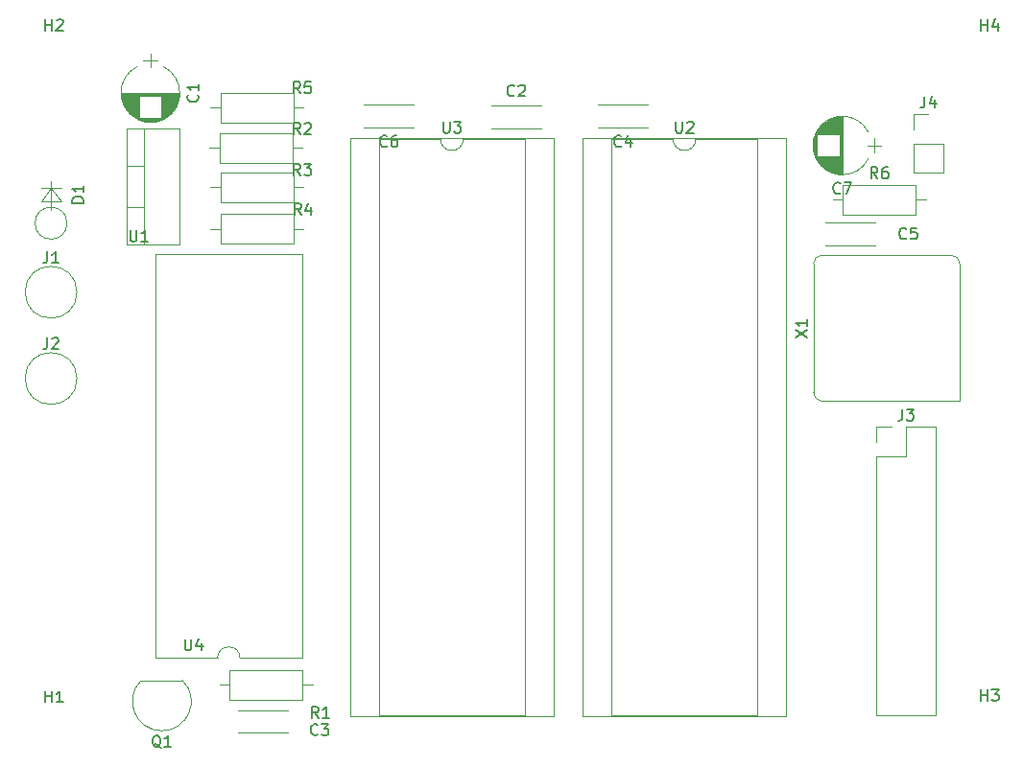
<source format=gbr>
G04 #@! TF.GenerationSoftware,KiCad,Pcbnew,(5.1.5)-3*
G04 #@! TF.CreationDate,2020-05-15T18:58:21+01:00*
G04 #@! TF.ProjectId,3chip6502,33636869-7036-4353-9032-2e6b69636164,rev?*
G04 #@! TF.SameCoordinates,Original*
G04 #@! TF.FileFunction,Legend,Top*
G04 #@! TF.FilePolarity,Positive*
%FSLAX46Y46*%
G04 Gerber Fmt 4.6, Leading zero omitted, Abs format (unit mm)*
G04 Created by KiCad (PCBNEW (5.1.5)-3) date 2020-05-15 18:58:21*
%MOMM*%
%LPD*%
G04 APERTURE LIST*
%ADD10C,0.120000*%
%ADD11C,0.150000*%
G04 APERTURE END LIST*
D10*
X53734000Y-82804000D02*
G75*
G03X53734000Y-82804000I-1410000J0D01*
G01*
X51435000Y-80856667D02*
X52324000Y-79671333D01*
X53213000Y-80856667D02*
X51435000Y-80856667D01*
X52324000Y-79671333D02*
X53213000Y-80856667D01*
X53213000Y-79671333D02*
X51435000Y-79671333D01*
X52324000Y-79134000D02*
X52324000Y-81604000D01*
X125162000Y-100778000D02*
X126492000Y-100778000D01*
X125162000Y-102108000D02*
X125162000Y-100778000D01*
X127762000Y-100778000D02*
X130362000Y-100778000D01*
X127762000Y-103378000D02*
X127762000Y-100778000D01*
X125162000Y-103378000D02*
X127762000Y-103378000D01*
X130362000Y-100778000D02*
X130362000Y-126298000D01*
X125162000Y-103378000D02*
X125162000Y-126298000D01*
X125162000Y-126298000D02*
X130362000Y-126298000D01*
X117154000Y-75318000D02*
X99254000Y-75318000D01*
X117154000Y-126358000D02*
X117154000Y-75318000D01*
X99254000Y-126358000D02*
X117154000Y-126358000D01*
X99254000Y-75318000D02*
X99254000Y-126358000D01*
X114664000Y-75378000D02*
X109204000Y-75378000D01*
X114664000Y-126298000D02*
X114664000Y-75378000D01*
X101744000Y-126298000D02*
X114664000Y-126298000D01*
X101744000Y-75378000D02*
X101744000Y-126298000D01*
X107204000Y-75378000D02*
X101744000Y-75378000D01*
X109204000Y-75378000D02*
G75*
G02X107204000Y-75378000I-1000000J0D01*
G01*
X119597500Y-97775000D02*
G75*
G03X120347500Y-98525000I750000J0D01*
G01*
X120347500Y-85625000D02*
G75*
G03X119597500Y-86375000I0J-750000D01*
G01*
X132497500Y-86375000D02*
G75*
G03X131747500Y-85625000I-750000J0D01*
G01*
X132497500Y-98525000D02*
X132497500Y-86375000D01*
X131747500Y-85625000D02*
X120347500Y-85625000D01*
X119597500Y-86375000D02*
X119597500Y-97775000D01*
X120347500Y-98525000D02*
X132497500Y-98525000D01*
X68823000Y-125813500D02*
X68823000Y-125799500D01*
X68823000Y-127819500D02*
X68823000Y-127805500D01*
X73243000Y-125813500D02*
X73243000Y-125799500D01*
X73243000Y-127819500D02*
X73243000Y-127805500D01*
X73243000Y-125799500D02*
X68823000Y-125799500D01*
X73243000Y-127819500D02*
X68823000Y-127819500D01*
X60264522Y-123193022D02*
G75*
G03X62103000Y-127631500I1838478J-1838478D01*
G01*
X63941478Y-123193022D02*
G75*
G02X62103000Y-127631500I-1838478J-1838478D01*
G01*
X63903000Y-123181500D02*
X60303000Y-123181500D01*
X68100500Y-122261000D02*
X68100500Y-124881000D01*
X68100500Y-124881000D02*
X74520500Y-124881000D01*
X74520500Y-124881000D02*
X74520500Y-122261000D01*
X74520500Y-122261000D02*
X68100500Y-122261000D01*
X67210500Y-123571000D02*
X68100500Y-123571000D01*
X75410500Y-123571000D02*
X74520500Y-123571000D01*
X61737000Y-68440500D02*
X60437000Y-68440500D01*
X61087000Y-67840500D02*
X61087000Y-69040500D01*
X61441000Y-73851500D02*
X60733000Y-73851500D01*
X61646000Y-73811500D02*
X60528000Y-73811500D01*
X61794000Y-73771500D02*
X60380000Y-73771500D01*
X61916000Y-73731500D02*
X60258000Y-73731500D01*
X62021000Y-73691500D02*
X60153000Y-73691500D01*
X62115000Y-73651500D02*
X60059000Y-73651500D01*
X62199000Y-73611500D02*
X59975000Y-73611500D01*
X62276000Y-73571500D02*
X59898000Y-73571500D01*
X62348000Y-73531500D02*
X59826000Y-73531500D01*
X60107000Y-73491500D02*
X59760000Y-73491500D01*
X62414000Y-73491500D02*
X62067000Y-73491500D01*
X60107000Y-73451500D02*
X59697000Y-73451500D01*
X62477000Y-73451500D02*
X62067000Y-73451500D01*
X60107000Y-73411500D02*
X59639000Y-73411500D01*
X62535000Y-73411500D02*
X62067000Y-73411500D01*
X60107000Y-73371500D02*
X59583000Y-73371500D01*
X62591000Y-73371500D02*
X62067000Y-73371500D01*
X60107000Y-73331500D02*
X59531000Y-73331500D01*
X62643000Y-73331500D02*
X62067000Y-73331500D01*
X60107000Y-73291500D02*
X59481000Y-73291500D01*
X62693000Y-73291500D02*
X62067000Y-73291500D01*
X60107000Y-73251500D02*
X59433000Y-73251500D01*
X62741000Y-73251500D02*
X62067000Y-73251500D01*
X60107000Y-73211500D02*
X59388000Y-73211500D01*
X62786000Y-73211500D02*
X62067000Y-73211500D01*
X60107000Y-73171500D02*
X59345000Y-73171500D01*
X62829000Y-73171500D02*
X62067000Y-73171500D01*
X60107000Y-73131500D02*
X59304000Y-73131500D01*
X62870000Y-73131500D02*
X62067000Y-73131500D01*
X60107000Y-73091500D02*
X59264000Y-73091500D01*
X62910000Y-73091500D02*
X62067000Y-73091500D01*
X60107000Y-73051500D02*
X59226000Y-73051500D01*
X62948000Y-73051500D02*
X62067000Y-73051500D01*
X60107000Y-73011500D02*
X59190000Y-73011500D01*
X62984000Y-73011500D02*
X62067000Y-73011500D01*
X60107000Y-72971500D02*
X59155000Y-72971500D01*
X63019000Y-72971500D02*
X62067000Y-72971500D01*
X60107000Y-72931500D02*
X59122000Y-72931500D01*
X63052000Y-72931500D02*
X62067000Y-72931500D01*
X60107000Y-72891500D02*
X59090000Y-72891500D01*
X63084000Y-72891500D02*
X62067000Y-72891500D01*
X60107000Y-72851500D02*
X59059000Y-72851500D01*
X63115000Y-72851500D02*
X62067000Y-72851500D01*
X60107000Y-72811500D02*
X59029000Y-72811500D01*
X63145000Y-72811500D02*
X62067000Y-72811500D01*
X60107000Y-72771500D02*
X59001000Y-72771500D01*
X63173000Y-72771500D02*
X62067000Y-72771500D01*
X60107000Y-72731500D02*
X58974000Y-72731500D01*
X63200000Y-72731500D02*
X62067000Y-72731500D01*
X60107000Y-72691500D02*
X58947000Y-72691500D01*
X63227000Y-72691500D02*
X62067000Y-72691500D01*
X60107000Y-72651500D02*
X58922000Y-72651500D01*
X63252000Y-72651500D02*
X62067000Y-72651500D01*
X60107000Y-72611500D02*
X58898000Y-72611500D01*
X63276000Y-72611500D02*
X62067000Y-72611500D01*
X60107000Y-72571500D02*
X58875000Y-72571500D01*
X63299000Y-72571500D02*
X62067000Y-72571500D01*
X60107000Y-72531500D02*
X58853000Y-72531500D01*
X63321000Y-72531500D02*
X62067000Y-72531500D01*
X60107000Y-72491500D02*
X58831000Y-72491500D01*
X63343000Y-72491500D02*
X62067000Y-72491500D01*
X60107000Y-72451500D02*
X58811000Y-72451500D01*
X63363000Y-72451500D02*
X62067000Y-72451500D01*
X60107000Y-72411500D02*
X58791000Y-72411500D01*
X63383000Y-72411500D02*
X62067000Y-72411500D01*
X60107000Y-72371500D02*
X58772000Y-72371500D01*
X63402000Y-72371500D02*
X62067000Y-72371500D01*
X60107000Y-72331500D02*
X58754000Y-72331500D01*
X63420000Y-72331500D02*
X62067000Y-72331500D01*
X60107000Y-72291500D02*
X58737000Y-72291500D01*
X63437000Y-72291500D02*
X62067000Y-72291500D01*
X60107000Y-72251500D02*
X58721000Y-72251500D01*
X63453000Y-72251500D02*
X62067000Y-72251500D01*
X60107000Y-72211500D02*
X58705000Y-72211500D01*
X63469000Y-72211500D02*
X62067000Y-72211500D01*
X60107000Y-72171500D02*
X58691000Y-72171500D01*
X63483000Y-72171500D02*
X62067000Y-72171500D01*
X60107000Y-72131500D02*
X58677000Y-72131500D01*
X63497000Y-72131500D02*
X62067000Y-72131500D01*
X60107000Y-72091500D02*
X58663000Y-72091500D01*
X63511000Y-72091500D02*
X62067000Y-72091500D01*
X60107000Y-72051500D02*
X58651000Y-72051500D01*
X63523000Y-72051500D02*
X62067000Y-72051500D01*
X60107000Y-72011500D02*
X58639000Y-72011500D01*
X63535000Y-72011500D02*
X62067000Y-72011500D01*
X60107000Y-71970500D02*
X58627000Y-71970500D01*
X63547000Y-71970500D02*
X62067000Y-71970500D01*
X60107000Y-71930500D02*
X58617000Y-71930500D01*
X63557000Y-71930500D02*
X62067000Y-71930500D01*
X60107000Y-71890500D02*
X58607000Y-71890500D01*
X63567000Y-71890500D02*
X62067000Y-71890500D01*
X60107000Y-71850500D02*
X58598000Y-71850500D01*
X63576000Y-71850500D02*
X62067000Y-71850500D01*
X60107000Y-71810500D02*
X58589000Y-71810500D01*
X63585000Y-71810500D02*
X62067000Y-71810500D01*
X60107000Y-71770500D02*
X58581000Y-71770500D01*
X63593000Y-71770500D02*
X62067000Y-71770500D01*
X60107000Y-71730500D02*
X58574000Y-71730500D01*
X63600000Y-71730500D02*
X62067000Y-71730500D01*
X60107000Y-71690500D02*
X58568000Y-71690500D01*
X63606000Y-71690500D02*
X62067000Y-71690500D01*
X60107000Y-71650500D02*
X58562000Y-71650500D01*
X63612000Y-71650500D02*
X62067000Y-71650500D01*
X60107000Y-71610500D02*
X58556000Y-71610500D01*
X63618000Y-71610500D02*
X62067000Y-71610500D01*
X60107000Y-71570500D02*
X58552000Y-71570500D01*
X63622000Y-71570500D02*
X62067000Y-71570500D01*
X63626000Y-71530500D02*
X58548000Y-71530500D01*
X63630000Y-71490500D02*
X58544000Y-71490500D01*
X63633000Y-71450500D02*
X58541000Y-71450500D01*
X63635000Y-71410500D02*
X58539000Y-71410500D01*
X63636000Y-71370500D02*
X58538000Y-71370500D01*
X63637000Y-71330500D02*
X58537000Y-71330500D01*
X63637000Y-71290500D02*
X58537000Y-71290500D01*
X59907277Y-73596222D02*
G75*
G03X62267000Y-73596080I1179723J2305722D01*
G01*
X59907277Y-73596222D02*
G75*
G02X59907000Y-68984920I1179723J2305722D01*
G01*
X62266723Y-73596222D02*
G75*
G03X62267000Y-68984920I-1179723J2305722D01*
G01*
X95578500Y-74402000D02*
X95578500Y-74416000D01*
X95578500Y-72396000D02*
X95578500Y-72410000D01*
X91158500Y-74402000D02*
X91158500Y-74416000D01*
X91158500Y-72396000D02*
X91158500Y-72410000D01*
X91158500Y-74416000D02*
X95578500Y-74416000D01*
X91158500Y-72396000D02*
X95578500Y-72396000D01*
X104993000Y-74352500D02*
X100573000Y-74352500D01*
X104993000Y-72332500D02*
X100573000Y-72332500D01*
X104993000Y-74352500D02*
X104993000Y-74338500D01*
X104993000Y-72346500D02*
X104993000Y-72332500D01*
X100573000Y-74352500D02*
X100573000Y-74338500D01*
X100573000Y-72346500D02*
X100573000Y-72332500D01*
X125059000Y-84752500D02*
X125059000Y-84766500D01*
X125059000Y-82746500D02*
X125059000Y-82760500D01*
X120639000Y-84752500D02*
X120639000Y-84766500D01*
X120639000Y-82746500D02*
X120639000Y-82760500D01*
X120639000Y-84766500D02*
X125059000Y-84766500D01*
X120639000Y-82746500D02*
X125059000Y-82746500D01*
X54610000Y-88900000D02*
G75*
G03X54610000Y-88900000I-2286000J0D01*
G01*
X54610000Y-96520000D02*
G75*
G03X54610000Y-96520000I-2286000J0D01*
G01*
X66321500Y-76136500D02*
X67211500Y-76136500D01*
X74521500Y-76136500D02*
X73631500Y-76136500D01*
X67211500Y-77446500D02*
X73631500Y-77446500D01*
X67211500Y-74826500D02*
X67211500Y-77446500D01*
X73631500Y-74826500D02*
X67211500Y-74826500D01*
X73631500Y-77446500D02*
X73631500Y-74826500D01*
X73695000Y-80939000D02*
X73695000Y-78319000D01*
X73695000Y-78319000D02*
X67275000Y-78319000D01*
X67275000Y-78319000D02*
X67275000Y-80939000D01*
X67275000Y-80939000D02*
X73695000Y-80939000D01*
X74585000Y-79629000D02*
X73695000Y-79629000D01*
X66385000Y-79629000D02*
X67275000Y-79629000D01*
X66385000Y-83312000D02*
X67275000Y-83312000D01*
X74585000Y-83312000D02*
X73695000Y-83312000D01*
X67275000Y-84622000D02*
X73695000Y-84622000D01*
X67275000Y-82002000D02*
X67275000Y-84622000D01*
X73695000Y-82002000D02*
X67275000Y-82002000D01*
X73695000Y-84622000D02*
X73695000Y-82002000D01*
X74585000Y-72580500D02*
X73695000Y-72580500D01*
X66385000Y-72580500D02*
X67275000Y-72580500D01*
X73695000Y-71270500D02*
X67275000Y-71270500D01*
X73695000Y-73890500D02*
X73695000Y-71270500D01*
X67275000Y-73890500D02*
X73695000Y-73890500D01*
X67275000Y-71270500D02*
X67275000Y-73890500D01*
X122202500Y-79398500D02*
X122202500Y-82018500D01*
X122202500Y-82018500D02*
X128622500Y-82018500D01*
X128622500Y-82018500D02*
X128622500Y-79398500D01*
X128622500Y-79398500D02*
X122202500Y-79398500D01*
X121312500Y-80708500D02*
X122202500Y-80708500D01*
X129512500Y-80708500D02*
X128622500Y-80708500D01*
X88693500Y-75378000D02*
G75*
G02X86693500Y-75378000I-1000000J0D01*
G01*
X86693500Y-75378000D02*
X81233500Y-75378000D01*
X81233500Y-75378000D02*
X81233500Y-126298000D01*
X81233500Y-126298000D02*
X94153500Y-126298000D01*
X94153500Y-126298000D02*
X94153500Y-75378000D01*
X94153500Y-75378000D02*
X88693500Y-75378000D01*
X78743500Y-75318000D02*
X78743500Y-126358000D01*
X78743500Y-126358000D02*
X96643500Y-126358000D01*
X96643500Y-126358000D02*
X96643500Y-75318000D01*
X96643500Y-75318000D02*
X78743500Y-75318000D01*
X59038500Y-77714500D02*
X60548500Y-77714500D01*
X59038500Y-81415500D02*
X60548500Y-81415500D01*
X60548500Y-84685500D02*
X60548500Y-74445500D01*
X59038500Y-74445500D02*
X63679500Y-74445500D01*
X59038500Y-84685500D02*
X63679500Y-84685500D01*
X63679500Y-84685500D02*
X63679500Y-74445500D01*
X59038500Y-84685500D02*
X59038500Y-74445500D01*
X61548500Y-121218000D02*
X67008500Y-121218000D01*
X61548500Y-85538000D02*
X61548500Y-121218000D01*
X74468500Y-85538000D02*
X61548500Y-85538000D01*
X74468500Y-121218000D02*
X74468500Y-85538000D01*
X69008500Y-121218000D02*
X74468500Y-121218000D01*
X67008500Y-121218000D02*
G75*
G02X69008500Y-121218000I1000000J0D01*
G01*
X79919000Y-72346500D02*
X79919000Y-72332500D01*
X79919000Y-74352500D02*
X79919000Y-74338500D01*
X84339000Y-72346500D02*
X84339000Y-72332500D01*
X84339000Y-74352500D02*
X84339000Y-74338500D01*
X84339000Y-72332500D02*
X79919000Y-72332500D01*
X84339000Y-74352500D02*
X79919000Y-74352500D01*
X128400500Y-73155500D02*
X129730500Y-73155500D01*
X128400500Y-74485500D02*
X128400500Y-73155500D01*
X128400500Y-75755500D02*
X131060500Y-75755500D01*
X131060500Y-75755500D02*
X131060500Y-78355500D01*
X128400500Y-75755500D02*
X128400500Y-78355500D01*
X128400500Y-78355500D02*
X131060500Y-78355500D01*
X124980500Y-76596000D02*
X124980500Y-75296000D01*
X125580500Y-75946000D02*
X124380500Y-75946000D01*
X119569500Y-76300000D02*
X119569500Y-75592000D01*
X119609500Y-76505000D02*
X119609500Y-75387000D01*
X119649500Y-76653000D02*
X119649500Y-75239000D01*
X119689500Y-76775000D02*
X119689500Y-75117000D01*
X119729500Y-76880000D02*
X119729500Y-75012000D01*
X119769500Y-76974000D02*
X119769500Y-74918000D01*
X119809500Y-77058000D02*
X119809500Y-74834000D01*
X119849500Y-77135000D02*
X119849500Y-74757000D01*
X119889500Y-77207000D02*
X119889500Y-74685000D01*
X119929500Y-74966000D02*
X119929500Y-74619000D01*
X119929500Y-77273000D02*
X119929500Y-76926000D01*
X119969500Y-74966000D02*
X119969500Y-74556000D01*
X119969500Y-77336000D02*
X119969500Y-76926000D01*
X120009500Y-74966000D02*
X120009500Y-74498000D01*
X120009500Y-77394000D02*
X120009500Y-76926000D01*
X120049500Y-74966000D02*
X120049500Y-74442000D01*
X120049500Y-77450000D02*
X120049500Y-76926000D01*
X120089500Y-74966000D02*
X120089500Y-74390000D01*
X120089500Y-77502000D02*
X120089500Y-76926000D01*
X120129500Y-74966000D02*
X120129500Y-74340000D01*
X120129500Y-77552000D02*
X120129500Y-76926000D01*
X120169500Y-74966000D02*
X120169500Y-74292000D01*
X120169500Y-77600000D02*
X120169500Y-76926000D01*
X120209500Y-74966000D02*
X120209500Y-74247000D01*
X120209500Y-77645000D02*
X120209500Y-76926000D01*
X120249500Y-74966000D02*
X120249500Y-74204000D01*
X120249500Y-77688000D02*
X120249500Y-76926000D01*
X120289500Y-74966000D02*
X120289500Y-74163000D01*
X120289500Y-77729000D02*
X120289500Y-76926000D01*
X120329500Y-74966000D02*
X120329500Y-74123000D01*
X120329500Y-77769000D02*
X120329500Y-76926000D01*
X120369500Y-74966000D02*
X120369500Y-74085000D01*
X120369500Y-77807000D02*
X120369500Y-76926000D01*
X120409500Y-74966000D02*
X120409500Y-74049000D01*
X120409500Y-77843000D02*
X120409500Y-76926000D01*
X120449500Y-74966000D02*
X120449500Y-74014000D01*
X120449500Y-77878000D02*
X120449500Y-76926000D01*
X120489500Y-74966000D02*
X120489500Y-73981000D01*
X120489500Y-77911000D02*
X120489500Y-76926000D01*
X120529500Y-74966000D02*
X120529500Y-73949000D01*
X120529500Y-77943000D02*
X120529500Y-76926000D01*
X120569500Y-74966000D02*
X120569500Y-73918000D01*
X120569500Y-77974000D02*
X120569500Y-76926000D01*
X120609500Y-74966000D02*
X120609500Y-73888000D01*
X120609500Y-78004000D02*
X120609500Y-76926000D01*
X120649500Y-74966000D02*
X120649500Y-73860000D01*
X120649500Y-78032000D02*
X120649500Y-76926000D01*
X120689500Y-74966000D02*
X120689500Y-73833000D01*
X120689500Y-78059000D02*
X120689500Y-76926000D01*
X120729500Y-74966000D02*
X120729500Y-73806000D01*
X120729500Y-78086000D02*
X120729500Y-76926000D01*
X120769500Y-74966000D02*
X120769500Y-73781000D01*
X120769500Y-78111000D02*
X120769500Y-76926000D01*
X120809500Y-74966000D02*
X120809500Y-73757000D01*
X120809500Y-78135000D02*
X120809500Y-76926000D01*
X120849500Y-74966000D02*
X120849500Y-73734000D01*
X120849500Y-78158000D02*
X120849500Y-76926000D01*
X120889500Y-74966000D02*
X120889500Y-73712000D01*
X120889500Y-78180000D02*
X120889500Y-76926000D01*
X120929500Y-74966000D02*
X120929500Y-73690000D01*
X120929500Y-78202000D02*
X120929500Y-76926000D01*
X120969500Y-74966000D02*
X120969500Y-73670000D01*
X120969500Y-78222000D02*
X120969500Y-76926000D01*
X121009500Y-74966000D02*
X121009500Y-73650000D01*
X121009500Y-78242000D02*
X121009500Y-76926000D01*
X121049500Y-74966000D02*
X121049500Y-73631000D01*
X121049500Y-78261000D02*
X121049500Y-76926000D01*
X121089500Y-74966000D02*
X121089500Y-73613000D01*
X121089500Y-78279000D02*
X121089500Y-76926000D01*
X121129500Y-74966000D02*
X121129500Y-73596000D01*
X121129500Y-78296000D02*
X121129500Y-76926000D01*
X121169500Y-74966000D02*
X121169500Y-73580000D01*
X121169500Y-78312000D02*
X121169500Y-76926000D01*
X121209500Y-74966000D02*
X121209500Y-73564000D01*
X121209500Y-78328000D02*
X121209500Y-76926000D01*
X121249500Y-74966000D02*
X121249500Y-73550000D01*
X121249500Y-78342000D02*
X121249500Y-76926000D01*
X121289500Y-74966000D02*
X121289500Y-73536000D01*
X121289500Y-78356000D02*
X121289500Y-76926000D01*
X121329500Y-74966000D02*
X121329500Y-73522000D01*
X121329500Y-78370000D02*
X121329500Y-76926000D01*
X121369500Y-74966000D02*
X121369500Y-73510000D01*
X121369500Y-78382000D02*
X121369500Y-76926000D01*
X121409500Y-74966000D02*
X121409500Y-73498000D01*
X121409500Y-78394000D02*
X121409500Y-76926000D01*
X121450500Y-74966000D02*
X121450500Y-73486000D01*
X121450500Y-78406000D02*
X121450500Y-76926000D01*
X121490500Y-74966000D02*
X121490500Y-73476000D01*
X121490500Y-78416000D02*
X121490500Y-76926000D01*
X121530500Y-74966000D02*
X121530500Y-73466000D01*
X121530500Y-78426000D02*
X121530500Y-76926000D01*
X121570500Y-74966000D02*
X121570500Y-73457000D01*
X121570500Y-78435000D02*
X121570500Y-76926000D01*
X121610500Y-74966000D02*
X121610500Y-73448000D01*
X121610500Y-78444000D02*
X121610500Y-76926000D01*
X121650500Y-74966000D02*
X121650500Y-73440000D01*
X121650500Y-78452000D02*
X121650500Y-76926000D01*
X121690500Y-74966000D02*
X121690500Y-73433000D01*
X121690500Y-78459000D02*
X121690500Y-76926000D01*
X121730500Y-74966000D02*
X121730500Y-73427000D01*
X121730500Y-78465000D02*
X121730500Y-76926000D01*
X121770500Y-74966000D02*
X121770500Y-73421000D01*
X121770500Y-78471000D02*
X121770500Y-76926000D01*
X121810500Y-74966000D02*
X121810500Y-73415000D01*
X121810500Y-78477000D02*
X121810500Y-76926000D01*
X121850500Y-74966000D02*
X121850500Y-73411000D01*
X121850500Y-78481000D02*
X121850500Y-76926000D01*
X121890500Y-78485000D02*
X121890500Y-73407000D01*
X121930500Y-78489000D02*
X121930500Y-73403000D01*
X121970500Y-78492000D02*
X121970500Y-73400000D01*
X122010500Y-78494000D02*
X122010500Y-73398000D01*
X122050500Y-78495000D02*
X122050500Y-73397000D01*
X122090500Y-78496000D02*
X122090500Y-73396000D01*
X122130500Y-78496000D02*
X122130500Y-73396000D01*
X119824778Y-74766277D02*
G75*
G03X119824920Y-77126000I2305722J-1179723D01*
G01*
X119824778Y-74766277D02*
G75*
G02X124436080Y-74766000I2305722J-1179723D01*
G01*
X119824778Y-77125723D02*
G75*
G03X124436080Y-77126000I2305722J1179723D01*
G01*
D11*
X55186380Y-81002095D02*
X54186380Y-81002095D01*
X54186380Y-80764000D01*
X54234000Y-80621142D01*
X54329238Y-80525904D01*
X54424476Y-80478285D01*
X54614952Y-80430666D01*
X54757809Y-80430666D01*
X54948285Y-80478285D01*
X55043523Y-80525904D01*
X55138761Y-80621142D01*
X55186380Y-80764000D01*
X55186380Y-81002095D01*
X55186380Y-79478285D02*
X55186380Y-80049714D01*
X55186380Y-79764000D02*
X54186380Y-79764000D01*
X54329238Y-79859238D01*
X54424476Y-79954476D01*
X54472095Y-80049714D01*
X127428666Y-99230380D02*
X127428666Y-99944666D01*
X127381047Y-100087523D01*
X127285809Y-100182761D01*
X127142952Y-100230380D01*
X127047714Y-100230380D01*
X127809619Y-99230380D02*
X128428666Y-99230380D01*
X128095333Y-99611333D01*
X128238190Y-99611333D01*
X128333428Y-99658952D01*
X128381047Y-99706571D01*
X128428666Y-99801809D01*
X128428666Y-100039904D01*
X128381047Y-100135142D01*
X128333428Y-100182761D01*
X128238190Y-100230380D01*
X127952476Y-100230380D01*
X127857238Y-100182761D01*
X127809619Y-100135142D01*
X107442095Y-73830380D02*
X107442095Y-74639904D01*
X107489714Y-74735142D01*
X107537333Y-74782761D01*
X107632571Y-74830380D01*
X107823047Y-74830380D01*
X107918285Y-74782761D01*
X107965904Y-74735142D01*
X108013523Y-74639904D01*
X108013523Y-73830380D01*
X108442095Y-73925619D02*
X108489714Y-73878000D01*
X108584952Y-73830380D01*
X108823047Y-73830380D01*
X108918285Y-73878000D01*
X108965904Y-73925619D01*
X109013523Y-74020857D01*
X109013523Y-74116095D01*
X108965904Y-74258952D01*
X108394476Y-74830380D01*
X109013523Y-74830380D01*
X118049880Y-92884523D02*
X119049880Y-92217857D01*
X118049880Y-92217857D02*
X119049880Y-92884523D01*
X119049880Y-91313095D02*
X119049880Y-91884523D01*
X119049880Y-91598809D02*
X118049880Y-91598809D01*
X118192738Y-91694047D01*
X118287976Y-91789285D01*
X118335595Y-91884523D01*
X75842833Y-127928642D02*
X75795214Y-127976261D01*
X75652357Y-128023880D01*
X75557119Y-128023880D01*
X75414261Y-127976261D01*
X75319023Y-127881023D01*
X75271404Y-127785785D01*
X75223785Y-127595309D01*
X75223785Y-127452452D01*
X75271404Y-127261976D01*
X75319023Y-127166738D01*
X75414261Y-127071500D01*
X75557119Y-127023880D01*
X75652357Y-127023880D01*
X75795214Y-127071500D01*
X75842833Y-127119119D01*
X76176166Y-127023880D02*
X76795214Y-127023880D01*
X76461880Y-127404833D01*
X76604738Y-127404833D01*
X76699976Y-127452452D01*
X76747595Y-127500071D01*
X76795214Y-127595309D01*
X76795214Y-127833404D01*
X76747595Y-127928642D01*
X76699976Y-127976261D01*
X76604738Y-128023880D01*
X76319023Y-128023880D01*
X76223785Y-127976261D01*
X76176166Y-127928642D01*
X62007761Y-129139119D02*
X61912523Y-129091500D01*
X61817285Y-128996261D01*
X61674428Y-128853404D01*
X61579190Y-128805785D01*
X61483952Y-128805785D01*
X61531571Y-129043880D02*
X61436333Y-128996261D01*
X61341095Y-128901023D01*
X61293476Y-128710547D01*
X61293476Y-128377214D01*
X61341095Y-128186738D01*
X61436333Y-128091500D01*
X61531571Y-128043880D01*
X61722047Y-128043880D01*
X61817285Y-128091500D01*
X61912523Y-128186738D01*
X61960142Y-128377214D01*
X61960142Y-128710547D01*
X61912523Y-128901023D01*
X61817285Y-128996261D01*
X61722047Y-129043880D01*
X61531571Y-129043880D01*
X62912523Y-129043880D02*
X62341095Y-129043880D01*
X62626809Y-129043880D02*
X62626809Y-128043880D01*
X62531571Y-128186738D01*
X62436333Y-128281976D01*
X62341095Y-128329595D01*
X75906333Y-126499880D02*
X75573000Y-126023690D01*
X75334904Y-126499880D02*
X75334904Y-125499880D01*
X75715857Y-125499880D01*
X75811095Y-125547500D01*
X75858714Y-125595119D01*
X75906333Y-125690357D01*
X75906333Y-125833214D01*
X75858714Y-125928452D01*
X75811095Y-125976071D01*
X75715857Y-126023690D01*
X75334904Y-126023690D01*
X76858714Y-126499880D02*
X76287285Y-126499880D01*
X76573000Y-126499880D02*
X76573000Y-125499880D01*
X76477761Y-125642738D01*
X76382523Y-125737976D01*
X76287285Y-125785595D01*
X65254142Y-71457166D02*
X65301761Y-71504785D01*
X65349380Y-71647642D01*
X65349380Y-71742880D01*
X65301761Y-71885738D01*
X65206523Y-71980976D01*
X65111285Y-72028595D01*
X64920809Y-72076214D01*
X64777952Y-72076214D01*
X64587476Y-72028595D01*
X64492238Y-71980976D01*
X64397000Y-71885738D01*
X64349380Y-71742880D01*
X64349380Y-71647642D01*
X64397000Y-71504785D01*
X64444619Y-71457166D01*
X65349380Y-70504785D02*
X65349380Y-71076214D01*
X65349380Y-70790500D02*
X64349380Y-70790500D01*
X64492238Y-70885738D01*
X64587476Y-70980976D01*
X64635095Y-71076214D01*
X93201833Y-71503142D02*
X93154214Y-71550761D01*
X93011357Y-71598380D01*
X92916119Y-71598380D01*
X92773261Y-71550761D01*
X92678023Y-71455523D01*
X92630404Y-71360285D01*
X92582785Y-71169809D01*
X92582785Y-71026952D01*
X92630404Y-70836476D01*
X92678023Y-70741238D01*
X92773261Y-70646000D01*
X92916119Y-70598380D01*
X93011357Y-70598380D01*
X93154214Y-70646000D01*
X93201833Y-70693619D01*
X93582785Y-70693619D02*
X93630404Y-70646000D01*
X93725642Y-70598380D01*
X93963738Y-70598380D01*
X94058976Y-70646000D01*
X94106595Y-70693619D01*
X94154214Y-70788857D01*
X94154214Y-70884095D01*
X94106595Y-71026952D01*
X93535166Y-71598380D01*
X94154214Y-71598380D01*
X102616333Y-75959642D02*
X102568714Y-76007261D01*
X102425857Y-76054880D01*
X102330619Y-76054880D01*
X102187761Y-76007261D01*
X102092523Y-75912023D01*
X102044904Y-75816785D01*
X101997285Y-75626309D01*
X101997285Y-75483452D01*
X102044904Y-75292976D01*
X102092523Y-75197738D01*
X102187761Y-75102500D01*
X102330619Y-75054880D01*
X102425857Y-75054880D01*
X102568714Y-75102500D01*
X102616333Y-75150119D01*
X103473476Y-75388214D02*
X103473476Y-76054880D01*
X103235380Y-75007261D02*
X102997285Y-75721547D01*
X103616333Y-75721547D01*
X127785833Y-84113642D02*
X127738214Y-84161261D01*
X127595357Y-84208880D01*
X127500119Y-84208880D01*
X127357261Y-84161261D01*
X127262023Y-84066023D01*
X127214404Y-83970785D01*
X127166785Y-83780309D01*
X127166785Y-83637452D01*
X127214404Y-83446976D01*
X127262023Y-83351738D01*
X127357261Y-83256500D01*
X127500119Y-83208880D01*
X127595357Y-83208880D01*
X127738214Y-83256500D01*
X127785833Y-83304119D01*
X128690595Y-83208880D02*
X128214404Y-83208880D01*
X128166785Y-83685071D01*
X128214404Y-83637452D01*
X128309642Y-83589833D01*
X128547738Y-83589833D01*
X128642976Y-83637452D01*
X128690595Y-83685071D01*
X128738214Y-83780309D01*
X128738214Y-84018404D01*
X128690595Y-84113642D01*
X128642976Y-84161261D01*
X128547738Y-84208880D01*
X128309642Y-84208880D01*
X128214404Y-84161261D01*
X128166785Y-84113642D01*
X51990666Y-85304380D02*
X51990666Y-86018666D01*
X51943047Y-86161523D01*
X51847809Y-86256761D01*
X51704952Y-86304380D01*
X51609714Y-86304380D01*
X52990666Y-86304380D02*
X52419238Y-86304380D01*
X52704952Y-86304380D02*
X52704952Y-85304380D01*
X52609714Y-85447238D01*
X52514476Y-85542476D01*
X52419238Y-85590095D01*
X51990666Y-92924380D02*
X51990666Y-93638666D01*
X51943047Y-93781523D01*
X51847809Y-93876761D01*
X51704952Y-93924380D01*
X51609714Y-93924380D01*
X52419238Y-93019619D02*
X52466857Y-92972000D01*
X52562095Y-92924380D01*
X52800190Y-92924380D01*
X52895428Y-92972000D01*
X52943047Y-93019619D01*
X52990666Y-93114857D01*
X52990666Y-93210095D01*
X52943047Y-93352952D01*
X52371619Y-93924380D01*
X52990666Y-93924380D01*
X74318833Y-74937880D02*
X73985500Y-74461690D01*
X73747404Y-74937880D02*
X73747404Y-73937880D01*
X74128357Y-73937880D01*
X74223595Y-73985500D01*
X74271214Y-74033119D01*
X74318833Y-74128357D01*
X74318833Y-74271214D01*
X74271214Y-74366452D01*
X74223595Y-74414071D01*
X74128357Y-74461690D01*
X73747404Y-74461690D01*
X74699785Y-74033119D02*
X74747404Y-73985500D01*
X74842642Y-73937880D01*
X75080738Y-73937880D01*
X75175976Y-73985500D01*
X75223595Y-74033119D01*
X75271214Y-74128357D01*
X75271214Y-74223595D01*
X75223595Y-74366452D01*
X74652166Y-74937880D01*
X75271214Y-74937880D01*
X74318833Y-78557380D02*
X73985500Y-78081190D01*
X73747404Y-78557380D02*
X73747404Y-77557380D01*
X74128357Y-77557380D01*
X74223595Y-77605000D01*
X74271214Y-77652619D01*
X74318833Y-77747857D01*
X74318833Y-77890714D01*
X74271214Y-77985952D01*
X74223595Y-78033571D01*
X74128357Y-78081190D01*
X73747404Y-78081190D01*
X74652166Y-77557380D02*
X75271214Y-77557380D01*
X74937880Y-77938333D01*
X75080738Y-77938333D01*
X75175976Y-77985952D01*
X75223595Y-78033571D01*
X75271214Y-78128809D01*
X75271214Y-78366904D01*
X75223595Y-78462142D01*
X75175976Y-78509761D01*
X75080738Y-78557380D01*
X74795023Y-78557380D01*
X74699785Y-78509761D01*
X74652166Y-78462142D01*
X74382333Y-82049880D02*
X74049000Y-81573690D01*
X73810904Y-82049880D02*
X73810904Y-81049880D01*
X74191857Y-81049880D01*
X74287095Y-81097500D01*
X74334714Y-81145119D01*
X74382333Y-81240357D01*
X74382333Y-81383214D01*
X74334714Y-81478452D01*
X74287095Y-81526071D01*
X74191857Y-81573690D01*
X73810904Y-81573690D01*
X75239476Y-81383214D02*
X75239476Y-82049880D01*
X75001380Y-81002261D02*
X74763285Y-81716547D01*
X75382333Y-81716547D01*
X74318833Y-71318380D02*
X73985500Y-70842190D01*
X73747404Y-71318380D02*
X73747404Y-70318380D01*
X74128357Y-70318380D01*
X74223595Y-70366000D01*
X74271214Y-70413619D01*
X74318833Y-70508857D01*
X74318833Y-70651714D01*
X74271214Y-70746952D01*
X74223595Y-70794571D01*
X74128357Y-70842190D01*
X73747404Y-70842190D01*
X75223595Y-70318380D02*
X74747404Y-70318380D01*
X74699785Y-70794571D01*
X74747404Y-70746952D01*
X74842642Y-70699333D01*
X75080738Y-70699333D01*
X75175976Y-70746952D01*
X75223595Y-70794571D01*
X75271214Y-70889809D01*
X75271214Y-71127904D01*
X75223595Y-71223142D01*
X75175976Y-71270761D01*
X75080738Y-71318380D01*
X74842642Y-71318380D01*
X74747404Y-71270761D01*
X74699785Y-71223142D01*
X125245833Y-78850880D02*
X124912500Y-78374690D01*
X124674404Y-78850880D02*
X124674404Y-77850880D01*
X125055357Y-77850880D01*
X125150595Y-77898500D01*
X125198214Y-77946119D01*
X125245833Y-78041357D01*
X125245833Y-78184214D01*
X125198214Y-78279452D01*
X125150595Y-78327071D01*
X125055357Y-78374690D01*
X124674404Y-78374690D01*
X126102976Y-77850880D02*
X125912500Y-77850880D01*
X125817261Y-77898500D01*
X125769642Y-77946119D01*
X125674404Y-78088976D01*
X125626785Y-78279452D01*
X125626785Y-78660404D01*
X125674404Y-78755642D01*
X125722023Y-78803261D01*
X125817261Y-78850880D01*
X126007738Y-78850880D01*
X126102976Y-78803261D01*
X126150595Y-78755642D01*
X126198214Y-78660404D01*
X126198214Y-78422309D01*
X126150595Y-78327071D01*
X126102976Y-78279452D01*
X126007738Y-78231833D01*
X125817261Y-78231833D01*
X125722023Y-78279452D01*
X125674404Y-78327071D01*
X125626785Y-78422309D01*
X86931595Y-73830380D02*
X86931595Y-74639904D01*
X86979214Y-74735142D01*
X87026833Y-74782761D01*
X87122071Y-74830380D01*
X87312547Y-74830380D01*
X87407785Y-74782761D01*
X87455404Y-74735142D01*
X87503023Y-74639904D01*
X87503023Y-73830380D01*
X87883976Y-73830380D02*
X88503023Y-73830380D01*
X88169690Y-74211333D01*
X88312547Y-74211333D01*
X88407785Y-74258952D01*
X88455404Y-74306571D01*
X88503023Y-74401809D01*
X88503023Y-74639904D01*
X88455404Y-74735142D01*
X88407785Y-74782761D01*
X88312547Y-74830380D01*
X88026833Y-74830380D01*
X87931595Y-74782761D01*
X87883976Y-74735142D01*
X59309095Y-83399380D02*
X59309095Y-84208904D01*
X59356714Y-84304142D01*
X59404333Y-84351761D01*
X59499571Y-84399380D01*
X59690047Y-84399380D01*
X59785285Y-84351761D01*
X59832904Y-84304142D01*
X59880523Y-84208904D01*
X59880523Y-83399380D01*
X60880523Y-84399380D02*
X60309095Y-84399380D01*
X60594809Y-84399380D02*
X60594809Y-83399380D01*
X60499571Y-83542238D01*
X60404333Y-83637476D01*
X60309095Y-83685095D01*
X64135095Y-119530880D02*
X64135095Y-120340404D01*
X64182714Y-120435642D01*
X64230333Y-120483261D01*
X64325571Y-120530880D01*
X64516047Y-120530880D01*
X64611285Y-120483261D01*
X64658904Y-120435642D01*
X64706523Y-120340404D01*
X64706523Y-119530880D01*
X65611285Y-119864214D02*
X65611285Y-120530880D01*
X65373190Y-119483261D02*
X65135095Y-120197547D01*
X65754142Y-120197547D01*
X81962333Y-75959642D02*
X81914714Y-76007261D01*
X81771857Y-76054880D01*
X81676619Y-76054880D01*
X81533761Y-76007261D01*
X81438523Y-75912023D01*
X81390904Y-75816785D01*
X81343285Y-75626309D01*
X81343285Y-75483452D01*
X81390904Y-75292976D01*
X81438523Y-75197738D01*
X81533761Y-75102500D01*
X81676619Y-75054880D01*
X81771857Y-75054880D01*
X81914714Y-75102500D01*
X81962333Y-75150119D01*
X82819476Y-75054880D02*
X82629000Y-75054880D01*
X82533761Y-75102500D01*
X82486142Y-75150119D01*
X82390904Y-75292976D01*
X82343285Y-75483452D01*
X82343285Y-75864404D01*
X82390904Y-75959642D01*
X82438523Y-76007261D01*
X82533761Y-76054880D01*
X82724238Y-76054880D01*
X82819476Y-76007261D01*
X82867095Y-75959642D01*
X82914714Y-75864404D01*
X82914714Y-75626309D01*
X82867095Y-75531071D01*
X82819476Y-75483452D01*
X82724238Y-75435833D01*
X82533761Y-75435833D01*
X82438523Y-75483452D01*
X82390904Y-75531071D01*
X82343285Y-75626309D01*
X129397166Y-71607880D02*
X129397166Y-72322166D01*
X129349547Y-72465023D01*
X129254309Y-72560261D01*
X129111452Y-72607880D01*
X129016214Y-72607880D01*
X130301928Y-71941214D02*
X130301928Y-72607880D01*
X130063833Y-71560261D02*
X129825738Y-72274547D01*
X130444785Y-72274547D01*
X121963833Y-80113142D02*
X121916214Y-80160761D01*
X121773357Y-80208380D01*
X121678119Y-80208380D01*
X121535261Y-80160761D01*
X121440023Y-80065523D01*
X121392404Y-79970285D01*
X121344785Y-79779809D01*
X121344785Y-79636952D01*
X121392404Y-79446476D01*
X121440023Y-79351238D01*
X121535261Y-79256000D01*
X121678119Y-79208380D01*
X121773357Y-79208380D01*
X121916214Y-79256000D01*
X121963833Y-79303619D01*
X122297166Y-79208380D02*
X122963833Y-79208380D01*
X122535261Y-80208380D01*
X51816095Y-125099380D02*
X51816095Y-124099380D01*
X51816095Y-124575571D02*
X52387523Y-124575571D01*
X52387523Y-125099380D02*
X52387523Y-124099380D01*
X53387523Y-125099380D02*
X52816095Y-125099380D01*
X53101809Y-125099380D02*
X53101809Y-124099380D01*
X53006571Y-124242238D01*
X52911333Y-124337476D01*
X52816095Y-124385095D01*
X51816095Y-65790380D02*
X51816095Y-64790380D01*
X51816095Y-65266571D02*
X52387523Y-65266571D01*
X52387523Y-65790380D02*
X52387523Y-64790380D01*
X52816095Y-64885619D02*
X52863714Y-64838000D01*
X52958952Y-64790380D01*
X53197047Y-64790380D01*
X53292285Y-64838000D01*
X53339904Y-64885619D01*
X53387523Y-64980857D01*
X53387523Y-65076095D01*
X53339904Y-65218952D01*
X52768476Y-65790380D01*
X53387523Y-65790380D01*
X134366095Y-124972380D02*
X134366095Y-123972380D01*
X134366095Y-124448571D02*
X134937523Y-124448571D01*
X134937523Y-124972380D02*
X134937523Y-123972380D01*
X135318476Y-123972380D02*
X135937523Y-123972380D01*
X135604190Y-124353333D01*
X135747047Y-124353333D01*
X135842285Y-124400952D01*
X135889904Y-124448571D01*
X135937523Y-124543809D01*
X135937523Y-124781904D01*
X135889904Y-124877142D01*
X135842285Y-124924761D01*
X135747047Y-124972380D01*
X135461333Y-124972380D01*
X135366095Y-124924761D01*
X135318476Y-124877142D01*
X134366095Y-65790380D02*
X134366095Y-64790380D01*
X134366095Y-65266571D02*
X134937523Y-65266571D01*
X134937523Y-65790380D02*
X134937523Y-64790380D01*
X135842285Y-65123714D02*
X135842285Y-65790380D01*
X135604190Y-64742761D02*
X135366095Y-65457047D01*
X135985142Y-65457047D01*
M02*

</source>
